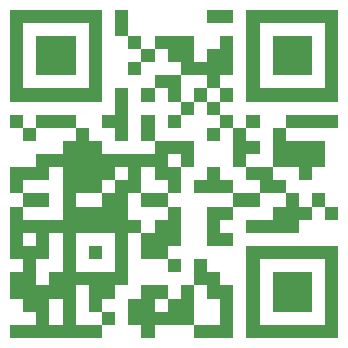
<source format=gbr>
%TF.GenerationSoftware,KiCad,Pcbnew,(6.0.10)*%
%TF.CreationDate,2023-04-21T21:44:23+03:00*%
%TF.ProjectId,blaster_bottom,626c6173-7465-4725-9f62-6f74746f6d2e,v1.0.0*%
%TF.SameCoordinates,Original*%
%TF.FileFunction,Legend,Bot*%
%TF.FilePolarity,Positive*%
%FSLAX46Y46*%
G04 Gerber Fmt 4.6, Leading zero omitted, Abs format (unit mm)*
G04 Created by KiCad (PCBNEW (6.0.10)) date 2023-04-21 21:44:23*
%MOMM*%
%LPD*%
G01*
G04 APERTURE LIST*
%ADD10C,0.300000*%
G04 APERTURE END LIST*
D10*
%TO.C, *%
G36*
X203441417Y-125489314D02*
G01*
X202329436Y-125489314D01*
X202329436Y-124377333D01*
X203441417Y-124377333D01*
X203441417Y-125489314D01*
G37*
G36*
X204553399Y-143281019D02*
G01*
X204553399Y-142169038D01*
X205665381Y-142169038D01*
X211225288Y-142169038D01*
X211225288Y-136609130D01*
X205665381Y-136609130D01*
X205665381Y-142169038D01*
X204553399Y-142169038D01*
X204553399Y-135497148D01*
X212337270Y-135497148D01*
X212337270Y-143281019D01*
X204553399Y-143281019D01*
G37*
G36*
X198993491Y-137721111D02*
G01*
X197881510Y-137721111D01*
X197881510Y-136609130D01*
X198993491Y-136609130D01*
X198993491Y-137721111D01*
G37*
G36*
X210113307Y-121041388D02*
G01*
X206777362Y-121041388D01*
X206777362Y-117705443D01*
X210113307Y-117705443D01*
X210113307Y-121041388D01*
G37*
G36*
X207889344Y-126601296D02*
G01*
X211225288Y-126601296D01*
X211225288Y-128825259D01*
X210113307Y-128825259D01*
X210113307Y-129937240D01*
X209001325Y-129937240D01*
X209001325Y-128825259D01*
X206777362Y-128825259D01*
X206777362Y-125489314D01*
X207889344Y-125489314D01*
X207889344Y-126601296D01*
G37*
G36*
X196769528Y-123265351D02*
G01*
X195657546Y-123265351D01*
X195657546Y-122153369D01*
X196769528Y-122153369D01*
X196769528Y-123265351D01*
G37*
G36*
X204553399Y-126601296D02*
G01*
X205665381Y-126601296D01*
X205665381Y-127713277D01*
X204553399Y-127713277D01*
X204553399Y-128825259D01*
X203441417Y-128825259D01*
X203441417Y-125489314D01*
X204553399Y-125489314D01*
X204553399Y-126601296D01*
G37*
G36*
X210113307Y-141057056D02*
G01*
X206777362Y-141057056D01*
X206777362Y-137721111D01*
X210113307Y-137721111D01*
X210113307Y-141057056D01*
G37*
G36*
X197881510Y-135497148D02*
G01*
X197881510Y-136609130D01*
X195657546Y-136609130D01*
X195657546Y-134385167D01*
X194545565Y-134385167D01*
X194545565Y-138833093D01*
X193433583Y-138833093D01*
X193433583Y-139945075D01*
X192321602Y-139945075D01*
X192321602Y-141057056D01*
X193433583Y-141057056D01*
X193433583Y-142169038D01*
X192321602Y-142169038D01*
X192321602Y-141057056D01*
X191209620Y-141057056D01*
X191209620Y-138833093D01*
X190097639Y-138833093D01*
X190097639Y-142169038D01*
X192321602Y-142169038D01*
X192321602Y-143281019D01*
X184537731Y-143281019D01*
X184537731Y-142169038D01*
X186761694Y-142169038D01*
X187873675Y-142169038D01*
X188985657Y-142169038D01*
X188985657Y-139945075D01*
X187873675Y-139945075D01*
X187873675Y-142169038D01*
X186761694Y-142169038D01*
X186761694Y-141057056D01*
X185649712Y-141057056D01*
X185649712Y-139945075D01*
X184537731Y-139945075D01*
X184537731Y-138833093D01*
X186761694Y-138833093D01*
X187873675Y-138833093D01*
X187873675Y-137721111D01*
X193433583Y-137721111D01*
X193433583Y-134385167D01*
X190097639Y-134385167D01*
X190097639Y-137721111D01*
X188985657Y-137721111D01*
X188985657Y-134385167D01*
X187873675Y-134385167D01*
X187873675Y-136609130D01*
X186761694Y-136609130D01*
X186761694Y-138833093D01*
X184537731Y-138833093D01*
X184537731Y-137721111D01*
X185649712Y-137721111D01*
X185649712Y-136609130D01*
X184537731Y-136609130D01*
X184537731Y-135497148D01*
X185649712Y-135497148D01*
X186761694Y-135497148D01*
X186761694Y-134385167D01*
X185649712Y-134385167D01*
X185649712Y-135497148D01*
X184537731Y-135497148D01*
X184537731Y-133273185D01*
X185649712Y-133273185D01*
X188985657Y-133273185D01*
X194545565Y-133273185D01*
X195657546Y-133273185D01*
X195657546Y-134385167D01*
X196769528Y-134385167D01*
X196769528Y-133273185D01*
X197881510Y-133273185D01*
X197881510Y-132161204D01*
X195657546Y-132161204D01*
X195657546Y-131049222D01*
X194545565Y-131049222D01*
X194545565Y-133273185D01*
X188985657Y-133273185D01*
X188985657Y-132161204D01*
X190097639Y-132161204D01*
X192321602Y-132161204D01*
X192321602Y-131049222D01*
X193433583Y-131049222D01*
X193433583Y-129937240D01*
X194545565Y-129937240D01*
X194545565Y-128825259D01*
X193433583Y-128825259D01*
X193433583Y-129937240D01*
X192321602Y-129937240D01*
X192321602Y-131049222D01*
X190097639Y-131049222D01*
X190097639Y-132161204D01*
X188985657Y-132161204D01*
X188985657Y-128825259D01*
X187873675Y-128825259D01*
X187873675Y-129937240D01*
X185649712Y-129937240D01*
X185649712Y-131049222D01*
X187873675Y-131049222D01*
X187873675Y-132161204D01*
X185649712Y-132161204D01*
X185649712Y-133273185D01*
X184537731Y-133273185D01*
X184537731Y-132161204D01*
X185649712Y-132161204D01*
X185649712Y-131049222D01*
X184537731Y-131049222D01*
X184537731Y-128825259D01*
X186761694Y-128825259D01*
X186761694Y-127713277D01*
X188985657Y-127713277D01*
X188985657Y-126601296D01*
X190097639Y-126601296D01*
X190097639Y-125489314D01*
X191209620Y-125489314D01*
X191209620Y-126601296D01*
X192321602Y-126601296D01*
X192321602Y-127713277D01*
X196769528Y-127713277D01*
X196769528Y-126601296D01*
X200105473Y-126601296D01*
X200105473Y-128825259D01*
X198993491Y-128825259D01*
X198993491Y-127713277D01*
X197881510Y-127713277D01*
X197881510Y-128825259D01*
X198993491Y-128825259D01*
X198993491Y-131049222D01*
X197881510Y-131049222D01*
X197881510Y-129937240D01*
X196769528Y-129937240D01*
X196769528Y-128825259D01*
X195657546Y-128825259D01*
X195657546Y-131049222D01*
X197881510Y-131049222D01*
X197881510Y-132161204D01*
X198993491Y-132161204D01*
X198993491Y-135497148D01*
X197881510Y-135497148D01*
G37*
G36*
X203441417Y-116593462D02*
G01*
X201217454Y-116593462D01*
X201217454Y-115481480D01*
X203441417Y-115481480D01*
X203441417Y-116593462D01*
G37*
G36*
X184537731Y-123265351D02*
G01*
X184537731Y-122153369D01*
X185649712Y-122153369D01*
X191209620Y-122153369D01*
X191209620Y-116593462D01*
X185649712Y-116593462D01*
X185649712Y-122153369D01*
X184537731Y-122153369D01*
X184537731Y-115481480D01*
X192321602Y-115481480D01*
X192321602Y-123265351D01*
X184537731Y-123265351D01*
G37*
G36*
X195657546Y-121041388D02*
G01*
X194545565Y-121041388D01*
X194545565Y-119929406D01*
X195657546Y-119929406D01*
X195657546Y-121041388D01*
G37*
G36*
X195657546Y-118817425D02*
G01*
X194545565Y-118817425D01*
X194545565Y-117705443D01*
X195657546Y-117705443D01*
X195657546Y-118817425D01*
G37*
G36*
X190097639Y-121041388D02*
G01*
X186761694Y-121041388D01*
X186761694Y-117705443D01*
X190097639Y-117705443D01*
X190097639Y-121041388D01*
G37*
G36*
X192321602Y-136609130D02*
G01*
X191209620Y-136609130D01*
X191209620Y-135497148D01*
X192321602Y-135497148D01*
X192321602Y-136609130D01*
G37*
G36*
X194545565Y-117705443D02*
G01*
X193433583Y-117705443D01*
X193433583Y-115481480D01*
X194545565Y-115481480D01*
X194545565Y-117705443D01*
G37*
G36*
X198993491Y-125489314D02*
G01*
X197881510Y-125489314D01*
X197881510Y-124377333D01*
X198993491Y-124377333D01*
X198993491Y-125489314D01*
G37*
G36*
X209001325Y-132161204D02*
G01*
X210113307Y-132161204D01*
X210113307Y-133273185D01*
X209001325Y-133273185D01*
X209001325Y-134385167D01*
X204553399Y-134385167D01*
X204553399Y-133273185D01*
X206777362Y-133273185D01*
X206777362Y-132161204D01*
X207889344Y-132161204D01*
X207889344Y-131049222D01*
X209001325Y-131049222D01*
X209001325Y-132161204D01*
G37*
G36*
X205665381Y-132161204D02*
G01*
X203441417Y-132161204D01*
X203441417Y-131049222D01*
X205665381Y-131049222D01*
X205665381Y-132161204D01*
G37*
G36*
X194545565Y-126601296D02*
G01*
X193433583Y-126601296D01*
X193433583Y-125489314D01*
X192321602Y-125489314D01*
X192321602Y-124377333D01*
X193433583Y-124377333D01*
X193433583Y-122153369D01*
X194545565Y-122153369D01*
X194545565Y-126601296D01*
G37*
G36*
X196769528Y-119929406D02*
G01*
X195657546Y-119929406D01*
X195657546Y-118817425D01*
X196769528Y-118817425D01*
X196769528Y-119929406D01*
G37*
G36*
X206777362Y-129937240D02*
G01*
X207889344Y-129937240D01*
X207889344Y-131049222D01*
X205665381Y-131049222D01*
X205665381Y-129937240D01*
X204553399Y-129937240D01*
X204553399Y-128825259D01*
X206777362Y-128825259D01*
X206777362Y-129937240D01*
G37*
G36*
X196769528Y-126601296D02*
G01*
X195657546Y-126601296D01*
X195657546Y-124377333D01*
X196769528Y-124377333D01*
X196769528Y-126601296D01*
G37*
G36*
X202329436Y-123265351D02*
G01*
X202329436Y-124377333D01*
X201217454Y-124377333D01*
X201217454Y-123265351D01*
X202329436Y-123265351D01*
G37*
G36*
X200105473Y-123265351D02*
G01*
X200105473Y-124377333D01*
X198993491Y-124377333D01*
X198993491Y-123265351D01*
X200105473Y-123265351D01*
X200105473Y-122153369D01*
X201217454Y-122153369D01*
X201217454Y-121041388D01*
X198993491Y-121041388D01*
X198993491Y-123265351D01*
X197881510Y-123265351D01*
X197881510Y-122153369D01*
X196769528Y-122153369D01*
X196769528Y-121041388D01*
X198993491Y-121041388D01*
X198993491Y-119929406D01*
X197881510Y-119929406D01*
X197881510Y-118817425D01*
X196769528Y-118817425D01*
X196769528Y-117705443D01*
X200105473Y-117705443D01*
X200105473Y-119929406D01*
X201217454Y-119929406D01*
X201217454Y-118817425D01*
X202329436Y-118817425D01*
X202329436Y-117705443D01*
X203441417Y-117705443D01*
X203441417Y-121041388D01*
X202329436Y-121041388D01*
X202329436Y-122153369D01*
X203441417Y-122153369D01*
X203441417Y-123265351D01*
X202329436Y-123265351D01*
X202329436Y-122153369D01*
X201217454Y-122153369D01*
X201217454Y-123265351D01*
X200105473Y-123265351D01*
G37*
G36*
X202329436Y-126601296D02*
G01*
X201217454Y-126601296D01*
X201217454Y-125489314D01*
X202329436Y-125489314D01*
X202329436Y-126601296D01*
G37*
G36*
X212337270Y-125489314D02*
G01*
X207889344Y-125489314D01*
X207889344Y-124377333D01*
X212337270Y-124377333D01*
X212337270Y-125489314D01*
G37*
G36*
X203441417Y-133273185D02*
G01*
X202329436Y-133273185D01*
X202329436Y-134385167D01*
X203441417Y-134385167D01*
X203441417Y-135497148D01*
X201217454Y-135497148D01*
X201217454Y-132161204D01*
X203441417Y-132161204D01*
X203441417Y-133273185D01*
G37*
G36*
X185649712Y-125489314D02*
G01*
X184537731Y-125489314D01*
X184537731Y-124377333D01*
X185649712Y-124377333D01*
X185649712Y-125489314D01*
G37*
G36*
X204553399Y-123265351D02*
G01*
X204553399Y-122153369D01*
X205665381Y-122153369D01*
X211225288Y-122153369D01*
X211225288Y-116593462D01*
X205665381Y-116593462D01*
X205665381Y-122153369D01*
X204553399Y-122153369D01*
X204553399Y-115481480D01*
X212337270Y-115481480D01*
X212337270Y-123265351D01*
X204553399Y-123265351D01*
G37*
G36*
X211225288Y-132161204D02*
G01*
X210113307Y-132161204D01*
X210113307Y-131049222D01*
X211225288Y-131049222D01*
X211225288Y-132161204D01*
G37*
G36*
X200105473Y-143281019D02*
G01*
X200105473Y-142169038D01*
X202329436Y-142169038D01*
X202329436Y-139945075D01*
X201217454Y-139945075D01*
X201217454Y-138833093D01*
X200105473Y-138833093D01*
X200105473Y-142169038D01*
X196769528Y-142169038D01*
X196769528Y-143281019D01*
X195657546Y-143281019D01*
X195657546Y-142169038D01*
X194545565Y-142169038D01*
X194545565Y-141057056D01*
X196769528Y-141057056D01*
X197881510Y-141057056D01*
X197881510Y-139945075D01*
X196769528Y-139945075D01*
X196769528Y-141057056D01*
X194545565Y-141057056D01*
X194545565Y-139945075D01*
X195657546Y-139945075D01*
X195657546Y-138833093D01*
X197881510Y-138833093D01*
X197881510Y-139945075D01*
X198993491Y-139945075D01*
X198993491Y-138833093D01*
X200105473Y-138833093D01*
X200105473Y-136609130D01*
X201217454Y-136609130D01*
X201217454Y-137721111D01*
X202329436Y-137721111D01*
X202329436Y-138833093D01*
X203441417Y-138833093D01*
X203441417Y-143281019D01*
X200105473Y-143281019D01*
G37*
G36*
X212337270Y-133273185D02*
G01*
X211225288Y-133273185D01*
X211225288Y-132161204D01*
X212337270Y-132161204D01*
X212337270Y-133273185D01*
G37*
G36*
X205665381Y-125489314D02*
G01*
X204553399Y-125489314D01*
X204553399Y-124377333D01*
X205665381Y-124377333D01*
X205665381Y-125489314D01*
G37*
G36*
X186761694Y-126601296D02*
G01*
X185649712Y-126601296D01*
X185649712Y-125489314D01*
X186761694Y-125489314D01*
X186761694Y-126601296D01*
G37*
G36*
X202329436Y-129937240D02*
G01*
X203441417Y-129937240D01*
X203441417Y-131049222D01*
X200105473Y-131049222D01*
X200105473Y-129937240D01*
X201217454Y-129937240D01*
X201217454Y-128825259D01*
X202329436Y-128825259D01*
X202329436Y-129937240D01*
G37*
G36*
X190097639Y-125489314D02*
G01*
X186761694Y-125489314D01*
X186761694Y-124377333D01*
X190097639Y-124377333D01*
X190097639Y-125489314D01*
G37*
%TD*%
M02*

</source>
